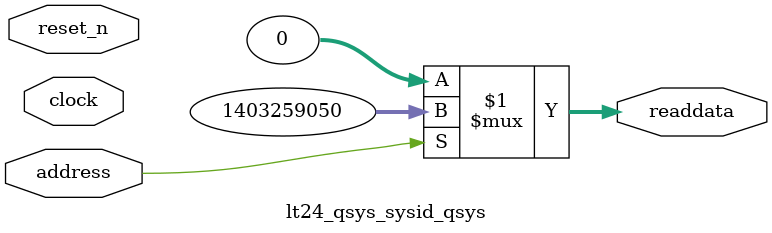
<source format=v>

`timescale 1ns / 1ps
// synthesis translate_on

// turn off superfluous verilog processor warnings 
// altera message_level Level1 
// altera message_off 10034 10035 10036 10037 10230 10240 10030 

module lt24_qsys_sysid_qsys (
               // inputs:
                address,
                clock,
                reset_n,

               // outputs:
                readdata
             )
;

  output  [ 31: 0] readdata;
  input            address;
  input            clock;
  input            reset_n;

  wire    [ 31: 0] readdata;
  //control_slave, which is an e_avalon_slave
  assign readdata = address ? 1403259050 : 0;

endmodule




</source>
